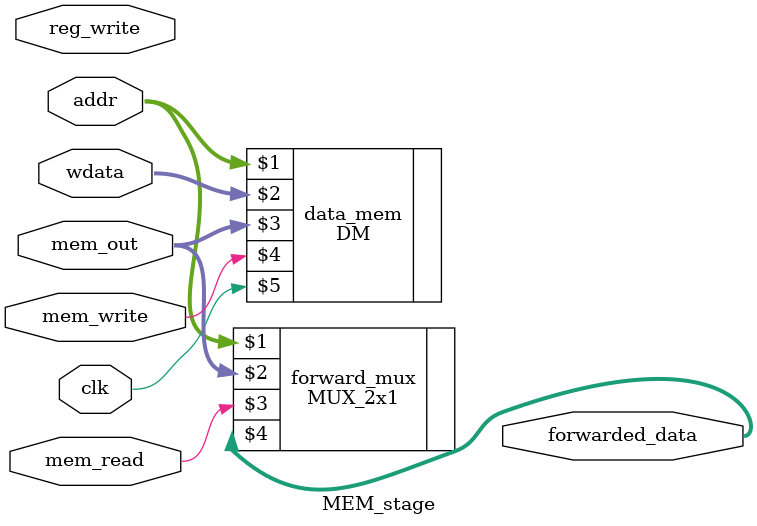
<source format=v>


module MEM_stage(addr, wdata, mem_write, mem_read, reg_write, mem_out, forwarded_data, clk);
	
    input [31:0] addr, wdata;
	input clk, mem_write, mem_read;
	inout reg_write;
	
	output [31:0] forwarded_data;
	
	inout [31:0] mem_out;
	
    DM data_mem(addr, wdata, mem_out, mem_write , clk);

	MUX_2x1 forward_mux(addr, mem_out, mem_read, forwarded_data);
	
endmodule
</source>
